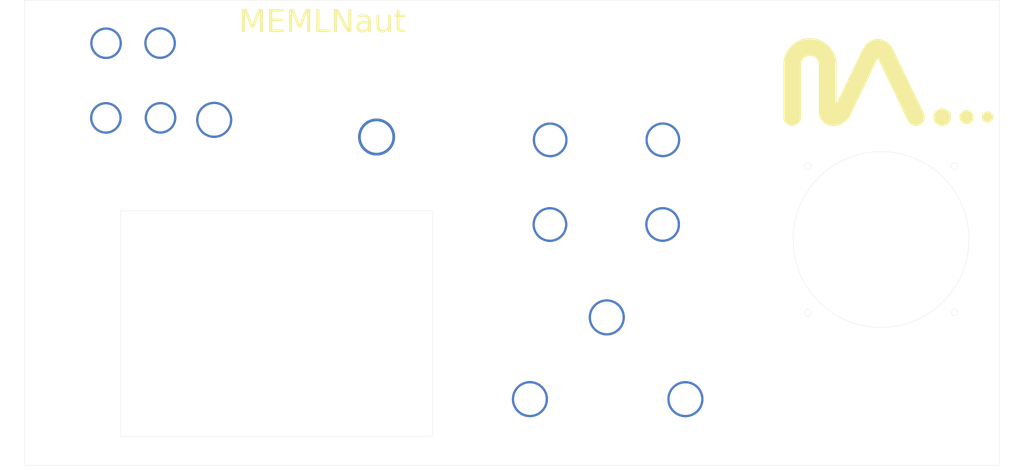
<source format=kicad_pcb>
(kicad_pcb (version 20240108) (generator "pcbnew") (generator_version "8.0")
  (layers (0 "F.Cu" signal) (31 "B.Cu" signal) (34 "B.Paste" user) (35 "F.Paste" user) (36 "B.SilkS" user "B.Silkscreen") (37 "F.SilkS" user "F.Silkscreen") (38 "B.Mask" user) (39 "F.Mask" user) (44 "Edge.Cuts" user))
  (net 0 "")
  (footprint "MountingHole:MountingHole_3.2mm_M3" (layer "F.Cu") (at 268.04 45.39)
    (property "Reference" "REF**" (hide yes))
    (property "Value" "MountingHole_3.2mm_M3")
    (pad "" np_thru_hole circle (at 0 0) (size 3.2 3.2) (drill 3.2) (layers "*.Cu" "*.Mask"))
  )
  (footprint "benjiaomodular:PanelHole_Potentiometer_RV09" (layer "F.Cu") (at 95.48 75.4425 90)
    (property "Reference" "REF**" (hide yes))
    (property "Value" "PanelHole_Potentiometer_RV09" (hide yes))
    (pad "" thru_hole circle (at 7.5 2.5 180) (size 8 8) (drill 7) (layers "*.Cu" "*.Mask"))
  )
  (footprint "MountingHole:MountingHole_3.2mm_M3" (layer "F.Cu") (at 233.04 45.39)
    (property "Reference" "REF**" (hide yes))
    (property "Value" "MountingHole_3.2mm_M3")
    (pad "" np_thru_hole circle (at 0 0) (size 3.2 3.2) (drill 3.2) (layers "*.Cu" "*.Mask"))
  )
  (footprint "MountingHole:MountingHole_3.2mm_M3" (layer "F.Cu") (at 60.03 45.43)
    (property "Reference" "REF**" (hide yes))
    (property "Value" "MountingHole_3.2mm_M3")
    (pad "" np_thru_hole circle (at 0 0) (size 3.2 3.2) (drill 3.2) (layers "*.Cu" "*.Mask"))
  )
  (footprint "benjiaomodular:PanelHole_AudioJack_3.5mm" (layer "F.Cu") (at 73.97 61.010001)
    (property "Reference" "REF**" (hide yes))
    (property "Value" "PanelHole_AudioJack_3.5mm")
    (pad "" thru_hole circle (at 0 6.5 180) (size 7 7) (drill 6) (layers "*.Cu" "*.Mask"))
  )
  (footprint "emutelab:PanelHole_ToggleSwitch_Dailywell_DWB2" (layer "F.Cu") (at 172.41 91.15)
    (property "Reference" "REF**")
    (property "Value" "PanelHole_ToggleSwitch_Dailywell_DWB2")
    (pad "" thru_hole circle (at 0 0 270) (size 7.7 7.7) (drill 6.7) (layers "*.Cu" "*.Mask"))
  )
  (footprint "benjiaomodular:PanelHole_Potentiometer_RV09" (layer "F.Cu") (at 199.94 137.36 90)
    (property "Reference" "REF**" (hide yes))
    (property "Value" "PanelHole_Potentiometer_RV09" (hide yes))
    (pad "" thru_hole circle (at 7.5 2.5 180) (size 8 8) (drill 7) (layers "*.Cu" "*.Mask"))
  )
  (footprint "emutelab:Joystick Panel Mount" (layer "F.Cu") (at 245.84 94.35)
    (property "Reference" "REF**" (hide yes))
    (property "Value" "Joystick Panel Mount")
    (fp_circle (center -16.29 -16.13) (end -15.527832 -16.13) (stroke (width 0.05)) (fill none) (layer "Edge.Cuts"))
    (fp_circle (center -16.29 16.37) (end -15.527832 16.37) (stroke (width 0.05)) (fill none) (layer "Edge.Cuts"))
    (fp_circle (center -0.04 0.12) (end 19.46 0.12) (stroke (width 0.05)) (fill none) (layer "Edge.Cuts"))
    (fp_circle (center 16.21 -16.13) (end 16.972168 -16.13) (stroke (width 0.05)) (fill none) (layer "Edge.Cuts"))
    (fp_circle (center 16.25 16.267832) (end 17.012168 16.267832) (stroke (width 0.05)) (fill none) (layer "Edge.Cuts"))
  )
  (footprint "benjiaomodular:PanelHole_AudioJack_3.5mm" (layer "F.Cu") (at 86.08 61.000001)
    (property "Reference" "REF**" (hide yes))
    (property "Value" "PanelHole_AudioJack_3.5mm")
    (pad "" thru_hole circle (at 0 6.5 180) (size 7 7) (drill 6) (layers "*.Cu" "*.Mask"))
  )
  (footprint "MountingHole:MountingHole_3.2mm_M3" (layer "F.Cu") (at 59.98 140.54)
    (property "Reference" "REF**" (hide yes))
    (property "Value" "MountingHole_3.2mm_M3")
    (pad "" np_thru_hole circle (at 0 0) (size 3.2 3.2) (drill 3.2) (layers "*.Cu" "*.Mask"))
  )
  (footprint "emutelab:PanelHole_Encoder" (layer "F.Cu") (at 126.48 69.25)
    (property "Reference" "REF**" (hide yes))
    (property "Value" "PanelHole_Encoder" (hide yes))
    (pad "" thru_hole circle (at 7.5 2.5 90) (size 8.2 8.2) (drill 7) (layers "*.Cu" "*.Mask"))
  )
  (footprint "emutelab:PanelHole_ToggleSwitch_Dailywell_DWB2" (layer "F.Cu") (at 197.39 91.14)
    (property "Reference" "REF**")
    (property "Value" "PanelHole_ToggleSwitch_Dailywell_DWB2")
    (pad "" thru_hole circle (at 0 0 270) (size 7.7 7.7) (drill 6.7) (layers "*.Cu" "*.Mask"))
  )
  (footprint "benjiaomodular:PanelHole_Potentiometer_RV09" (layer "F.Cu") (at 182.51 119.23 90)
    (property "Reference" "REF**" (hide yes))
    (property "Value" "PanelHole_Potentiometer_RV09" (hide yes))
    (pad "" thru_hole circle (at 7.5 2.5 180) (size 8 8) (drill 7) (layers "*.Cu" "*.Mask"))
  )
  (footprint "" (layer "F.Cu") (at 172.46 72.38)
    (property "Reference" "" (at 0 0 0) (layer "F.SilkS") (effects (font (size 1.27 1.27))))
    (property "Value" "")
    (pad "" thru_hole circle (at 0 0 270) (size 7.7 7.7) (drill 6.7) (layers "*.Cu" "*.Mask"))
  )
  (footprint "MountingHole:MountingHole_3.2mm_M3" (layer "F.Cu") (at 237.76 140.25)
    (property "Reference" "REF**" (hide yes))
    (property "Value" "MountingHole_3.2mm_M3")
    (pad "" np_thru_hole circle (at 0 0) (size 3.2 3.2) (drill 3.2) (layers "*.Cu" "*.Mask"))
  )
  (footprint "emutelab:PanelHole_ToggleSwitch_Dailywell_DWB2" (layer "F.Cu") (at 197.44 72.37)
    (property "Reference" "REF**")
    (property "Value" "PanelHole_ToggleSwitch_Dailywell_DWB2")
    (pad "" thru_hole circle (at 0 0 270) (size 7.7 7.7) (drill 6.7) (layers "*.Cu" "*.Mask"))
  )
  (footprint "MountingHole:MountingHole_3.2mm_M3" (layer "F.Cu") (at 267.74 140.24)
    (property "Reference" "REF**" (hide yes))
    (property "Value" "MountingHole_3.2mm_M3")
    (pad "" np_thru_hole circle (at 0 0) (size 3.2 3.2) (drill 3.2) (layers "*.Cu" "*.Mask"))
  )
  (footprint "benjiaomodular:PanelHole_AudioJack_3.5mm" (layer "F.Cu") (at 85.99 44.430001)
    (property "Reference" "REF**" (hide yes))
    (property "Value" "PanelHole_AudioJack_3.5mm")
    (pad "" thru_hole circle (at 0 6.5 180) (size 7 7) (drill 6) (layers "*.Cu" "*.Mask"))
  )
  (footprint "benjiaomodular:PanelHole_Potentiometer_RV09" (layer "F.Cu") (at 165.47 137.35 90)
    (property "Reference" "REF**" (hide yes))
    (property "Value" "PanelHole_Potentiometer_RV09" (hide yes))
    (pad "" thru_hole circle (at 7.5 2.5 180) (size 8 8) (drill 7) (layers "*.Cu" "*.Mask"))
  )
  (footprint "emutelab:PanelHole_Screen_240x320 MSP2807_TFT" (layer "F.Cu") (at 89.905 98.22)
    (property "Reference" "REF**" (hide yes))
    (property "Value" "PanelHole_Screen_240x320 MSP2807_TFT" (hide yes))
    (fp_rect (start -12.7 -10.16) (end 56.5 39.84) (stroke (width 0.05)) (fill none) (layer "Edge.Cuts"))
  )
  (footprint "benjiaomodular:PanelHole_AudioJack_3.5mm" (layer "F.Cu") (at 74.01 44.46)
    (property "Reference" "REF**" (hide yes))
    (property "Value" "PanelHole_AudioJack_3.5mm")
    (pad "" thru_hole circle (at 0 6.5 180) (size 7 7) (drill 6) (layers "*.Cu" "*.Mask"))
  )
  (gr_poly (pts (xy 264.856427 65.779118) (xy 264.935895 65.78518) (xy 265.014221 65.795161) (xy 265.091304 65.808964) (xy 265.167047 65.826488) (xy 265.241349 65.847635) (xy 265.314113 65.872304) (xy 265.385238 65.900398) (xy 265.454625 65.931816) (xy 265.522175 65.96646) (xy 265.587789 66.004231) (xy 265.651368 66.045029) (xy 265.712812 66.088754) (xy 265.772023 66.135309) (xy 265.8289 66.184593) (xy 265.883346 66.236508) (xy 265.935261 66.290954) (xy 265.984545 66.347831) (xy 266.031099 66.407042) (xy 266.074825 66.468487) (xy 266.115622 66.532066) (xy 266.153393 66.59768) (xy 266.188037 66.66523) (xy 266.219455 66.734617) (xy 266.247548 66.805742) (xy 266.272218 66.878505) (xy 266.293364 66.952808) (xy 266.310889 67.028551) (xy 266.324691 67.105634) (xy 266.334673 67.18396) (xy 266.340734 67.263428) (xy 266.342777 67.343939) (xy 266.340734 67.42445) (xy 266.334673 67.503918) (xy 266.324691 67.582243) (xy 266.310889 67.659327) (xy 266.293364 67.73507) (xy 266.272218 67.809372) (xy 266.247548 67.882136) (xy 266.219455 67.953261) (xy 266.188037 68.022648) (xy 266.153393 68.090198) (xy 266.115622 68.155812) (xy 266.074825 68.219391) (xy 266.031099 68.280836) (xy 265.984545 68.340046) (xy 265.935261 68.396924) (xy 265.883346 68.45137) (xy 265.8289 68.503285) (xy 265.772023 68.552569) (xy 265.712812 68.599123) (xy 265.651368 68.642849) (xy 265.587789 68.683647) (xy 265.522175 68.721417) (xy 265.454625 68.756061) (xy 265.385238 68.78748) (xy 265.314113 68.815573) (xy 265.241349 68.840243) (xy 265.167047 68.86139) (xy 265.091304 68.878914) (xy 265.014221 68.892716) (xy 264.935895 68.902698) (xy 264.856427 68.90876) (xy 264.775916 68.910803) (xy 264.695405 68.90876) (xy 264.615938 68.902698) (xy 264.537613 68.892716) (xy 264.46053 68.878914) (xy 264.384787 68.86139) (xy 264.310485 68.840243) (xy 264.237722 68.815573) (xy 264.166597 68.787479) (xy 264.09721 68.756061) (xy 264.02966 68.721417) (xy 263.964046 68.683646) (xy 263.900467 68.642848) (xy 263.839023 68.599123) (xy 263.779812 68.552568) (xy 263.722934 68.503284) (xy 263.668488 68.451369) (xy 263.616574 68.396923) (xy 263.567289 68.340045) (xy 263.520735 68.280834) (xy 263.477009 68.21939) (xy 263.436211 68.155811) (xy 263.398441 68.090197) (xy 263.363797 68.022647) (xy 263.332378 67.95326) (xy 263.304284 67.882135) (xy 263.279615 67.809371) (xy 263.258468 67.735069) (xy 263.240944 67.659326) (xy 263.227141 67.582243) (xy 263.21716 67.503918) (xy 263.211098 67.42445) (xy 263.209055 67.343939) (xy 263.211098 67.263428) (xy 263.21716 67.18396) (xy 263.227141 67.105634) (xy 263.240944 67.028551) (xy 263.258468 66.952808) (xy 263.279614 66.878505) (xy 263.304284 66.805742) (xy 263.332377 66.734617) (xy 263.363796 66.66523) (xy 263.39844 66.59768) (xy 263.43621 66.532066) (xy 263.477008 66.468487) (xy 263.520733 66.407042) (xy 263.567288 66.347831) (xy 263.616572 66.290954) (xy 263.668486 66.236508) (xy 263.722932 66.184593) (xy 263.77981 66.135309) (xy 263.83902 66.088754) (xy 263.900465 66.045029) (xy 263.964044 66.004231) (xy 264.029658 65.96646) (xy 264.097208 65.931816) (xy 264.166595 65.900398) (xy 264.23772 65.872304) (xy 264.310483 65.847635) (xy 264.384785 65.826488) (xy 264.460528 65.808964) (xy 264.537612 65.795161) (xy 264.615937 65.78518) (xy 264.695405 65.779118) (xy 264.775916 65.777075)) (stroke (width -0.000001)) (fill solid) (layer "F.SilkS"))
  (gr_poly (pts (xy 259.457335 65.38699) (xy 259.556652 65.394569) (xy 259.654544 65.407049) (xy 259.750885 65.424307) (xy 259.845553 65.446216) (xy 259.938423 65.472655) (xy 260.02937 65.503498) (xy 260.118272 65.538622) (xy 260.205002 65.577902) (xy 260.289439 65.621214) (xy 260.371456 65.668434) (xy 260.450931 65.719439) (xy 260.527739 65.774103) (xy 260.601756 65.832303) (xy 260.672857 65.893914) (xy 260.74092 65.958813) (xy 260.805819 66.026875) (xy 260.867431 66.097977) (xy 260.92563 66.171994) (xy 260.980295 66.248801) (xy 261.031299 66.328276) (xy 261.078519 66.410293) (xy 261.121832 66.494729) (xy 261.161112 66.58146) (xy 261.196235 66.670361) (xy 261.227079 66.761308) (xy 261.253517 66.854177) (xy 261.275427 66.948845) (xy 261.292684 67.045186) (xy 261.305164 67.143077) (xy 261.312744 67.242394) (xy 261.315298 67.343012) (xy 261.312744 67.443631) (xy 261.305164 67.542948) (xy 261.292684 67.640839) (xy 261.275427 67.737181) (xy 261.253517 67.831848) (xy 261.227078 67.924718) (xy 261.196235 68.015665) (xy 261.161111 68.104566) (xy 261.121831 68.191297) (xy 261.078518 68.275733) (xy 261.031298 68.357751) (xy 260.980293 68.437225) (xy 260.925629 68.514033) (xy 260.867429 68.58805) (xy 260.805817 68.659151) (xy 260.740918 68.727214) (xy 260.672855 68.792113) (xy 260.601754 68.853724) (xy 260.527737 68.911924) (xy 260.450929 68.966588) (xy 260.371454 69.017593) (xy 260.289436 69.064813) (xy 260.205 69.108125) (xy 260.118269 69.147405) (xy 260.029368 69.182529) (xy 259.938421 69.213372) (xy 259.845551 69.239811) (xy 259.750884 69.261721) (xy 259.654542 69.278978) (xy 259.556651 69.291458) (xy 259.457334 69.299037) (xy 259.356716 69.301591) (xy 259.256097 69.299037) (xy 259.15678 69.291458) (xy 259.058888 69.278978) (xy 258.962547 69.261721) (xy 258.867879 69.239811) (xy 258.775009 69.213372) (xy 258.684062 69.182529) (xy 258.59516 69.147405) (xy 258.50843 69.108125) (xy 258.423993 69.064813) (xy 258.341976 69.017593) (xy 258.262501 68.966588) (xy 258.185693 68.911924) (xy 258.111676 68.853724) (xy 258.040575 68.792113) (xy 257.972512 68.727214) (xy 257.907613 68.659151) (xy 257.846001 68.58805) (xy 257.787802 68.514033) (xy 257.733137 68.437225) (xy 257.682133 68.357751) (xy 257.634913 68.275733) (xy 257.5916 68.191297) (xy 257.55232 68.104566) (xy 257.517197 68.015665) (xy 257.486353 67.924718) (xy 257.459915 67.831848) (xy 257.438005 67.737181) (xy 257.420748 67.640839) (xy 257.408268 67.542948) (xy 257.400688 67.443631) (xy 257.398134 67.343012) (xy 257.400688 67.242394) (xy 257.408268 67.143077) (xy 257.420748 67.045186) (xy 257.438005 66.948845) (xy 257.459915 66.854177) (xy 257.486354 66.761308) (xy 257.517197 66.670361) (xy 257.552321 66.58146) (xy 257.591601 66.494729) (xy 257.634914 66.410293) (xy 257.682134 66.328276) (xy 257.733139 66.248801) (xy 257.787803 66.171994) (xy 257.846003 66.097977) (xy 257.907615 66.026875) (xy 257.972514 65.958813) (xy 258.040577 65.893914) (xy 258.111678 65.832303) (xy 258.185695 65.774103) (xy 258.262503 65.719439) (xy 258.341978 65.668434) (xy 258.423996 65.621214) (xy 258.508432 65.577902) (xy 258.595163 65.538622) (xy 258.684064 65.503498) (xy 258.775011 65.472655) (xy 258.867881 65.446216) (xy 258.962548 65.424307) (xy 259.05889 65.407049) (xy 259.156781 65.394569) (xy 259.256098 65.38699) (xy 259.356716 65.384436)) (stroke (width -0.000001)) (fill solid) (layer "F.SilkS"))
  (gr_poly (pts (xy 230.350303 49.836472) (xy 230.649183 49.859274) (xy 230.943769 49.89682) (xy 231.233686 49.948738) (xy 231.518562 50.014655) (xy 231.798023 50.094197) (xy 232.071696 50.186991) (xy 232.339208 50.292663) (xy 232.600186 50.410842) (xy 232.854256 50.541152) (xy 233.101046 50.683222) (xy 233.340181 50.836678) (xy 233.57129 51.001147) (xy 233.793998 51.176255) (xy 234.007932 51.36163) (xy 234.21272 51.556898) (xy 234.407988 51.761686) (xy 234.593363 51.97562) (xy 234.768471 52.198329) (xy 234.93294 52.429437) (xy 235.086396 52.668573) (xy 235.228466 52.915362) (xy 235.358776 53.169432) (xy 235.476955 53.43041) (xy 235.582627 53.697922) (xy 235.675421 53.971595) (xy 235.754963 54.251056) (xy 235.82088 54.535931) (xy 235.872798 54.825848) (xy 235.910344 55.120434) (xy 235.933145 55.419314) (xy 235.940829 55.722116) (xy 235.940829 64.280592) (xy 241.72396 52.264279) (xy 241.737728 52.236266) (xy 241.751973 52.208427) (xy 241.766739 52.180674) (xy 241.782069 52.152922) (xy 241.798007 52.125083) (xy 241.814596 52.09707) (xy 241.83188 52.068797) (xy 241.849901 52.040176) (xy 242.000899 51.805471) (xy 242.160852 51.583893) (xy 242.329314 51.37572) (xy 242.505844 51.181229) (xy 242.689997 51.0007) (xy 242.881331 50.834411) (xy 243.0794 50.682638) (xy 243.283762 50.545661) (xy 243.493974 50.423757) (xy 243.709591 50.317205) (xy 243.93017 50.226283) (xy 244.155268 50.151269) (xy 244.384441 50.09244) (xy 244.617245 50.050075) (xy 244.853237 50.024452) (xy 245.091973 50.015849) (xy 245.215251 50.018114) (xy 245.337795 50.024884) (xy 245.459548 50.036122) (xy 245.580455 50.051793) (xy 245.700459 50.07186) (xy 245.819504 50.096285) (xy 245.937534 50.125034) (xy 246.054493 50.158069) (xy 246.170324 50.195354) (xy 246.284972 50.236852) (xy 246.398381 50.282528) (xy 246.510494 50.332344) (xy 246.621255 50.386264) (xy 246.730609 50.444252) (xy 246.944867 50.572284) (xy 247.152821 50.71615) (xy 247.35402 50.875558) (xy 247.548017 51.050215) (xy 247.734361 51.23983) (xy 247.912604 51.444112) (xy 248.082298 51.662769) (xy 248.242992 51.895509) (xy 248.394238 52.142041) (xy 248.412107 52.174683) (xy 248.429542 52.207326) (xy 248.446458 52.239969) (xy 248.462766 52.272613) (xy 255.307139 66.491057) (xy 255.347213 66.580117) (xy 255.382696 66.670445) (xy 255.413575 66.761895) (xy 255.439838 66.854325) (xy 255.461472 66.947591) (xy 255.478466 67.041549) (xy 255.490806 67.136054) (xy 255.498482 67.230964) (xy 255.501481 67.326134) (xy 255.49979 67.421421) (xy 255.493398 67.516681) (xy 255.482291 67.61177) (xy 255.466459 67.706544) (xy 255.445888 67.80086) (xy 255.420567 67.894573) (xy 255.390484 67.98754) (xy 255.355903 68.07894) (xy 255.317162 68.167973) (xy 255.274358 68.254533) (xy 255.227585 68.33851) (xy 255.176938 68.419795) (xy 255.122512 68.498281) (xy 255.064401 68.573858) (xy 255.002701 68.646418) (xy 254.937507 68.715853) (xy 254.868914 68.782054) (xy 254.797016 68.844913) (xy 254.721908 68.90432) (xy 254.643686 68.960169) (xy 254.562445 69.012349) (xy 254.478279 69.060753) (xy 254.391283 69.105272) (xy 254.302223 69.145488) (xy 254.211895 69.181056) (xy 254.120445 69.211972) (xy 254.028014 69.23823) (xy 253.934749 69.259828) (xy 253.840791 69.27676) (xy 253.746285 69.289024) (xy 253.651375 69.296614) (xy 253.556204 69.299527) (xy 253.460917 69.297759) (xy 253.365657 69.291306) (xy 253.270568 69.280163) (xy 253.175794 69.264327) (xy 253.081478 69.243793) (xy 252.987765 69.218558) (xy 252.894798 69.188617) (xy 252.803398 69.154036) (xy 252.714364 69.115296) (xy 252.627804 69.072492) (xy 252.543828 69.025719) (xy 252.462542 68.975072) (xy 252.384057 68.920646) (xy 252.30848 68.862535) (xy 252.235919 68.800835) (xy 252.166484 68.735641) (xy 252.100283 68.667047) (xy 252.037425 68.595149) (xy 251.978017 68.520042) (xy 251.922169 68.44182) (xy 251.869989 68.360578) (xy 251.821585 68.276412) (xy 251.777066 68.189416) (xy 245.09197 54.299719) (xy 238.959723 67.042052) (xy 238.951651 67.058675) (xy 238.943417 67.0752) (xy 238.935031 67.091617) (xy 238.926503 67.107915) (xy 238.917845 67.124083) (xy 238.909068 67.14011) (xy 238.891198 67.171697) (xy 238.743496 67.408809) (xy 238.580914 67.634644) (xy 238.404396 67.848647) (xy 238.214883 68.050265) (xy 238.013319 68.238941) (xy 237.800647 68.414121) (xy 237.57781 68.575251) (xy 237.345749 68.721775) (xy 237.105408 68.853139) (xy 236.85773 68.968788) (xy 236.603658 69.068167) (xy 236.344133 69.150721) (xy 236.0801 69.215896) (xy 235.8125 69.263136) (xy 235.542277 69.291887) (xy 235.270373 69.301594) (xy 235.148718 69.299642) (xy 235.027605 69.293795) (xy 234.907144 69.284063) (xy 234.787442 69.270456) (xy 234.668608 69.252986) (xy 234.550752 69.231663) (xy 234.43398 69.206499) (xy 234.318402 69.177503) (xy 234.189199 69.140193) (xy 234.062958 69.098304) (xy 233.939753 69.051931) (xy 233.819659 69.001172) (xy 233.589102 68.886882) (xy 233.371887 68.756212) (xy 233.168612 68.609936) (xy 232.979873 68.448831) (xy 232.806271 68.273673) (xy 232.648403 68.085237) (xy 232.506867 67.884299) (xy 232.382261 67.671636) (xy 232.275185 67.448023) (xy 232.186235 67.214236) (xy 232.116011 66.971052) (xy 232.06511 66.719246) (xy 232.047093 66.590352) (xy 232.034131 66.459593) (xy 232.026299 66.327068) (xy 232.023671 66.192871) (xy 232.023671 55.723045) (xy 232.021096 55.62148) (xy 232.013452 55.521234) (xy 232.000866 55.422431) (xy 231.983463 55.325197) (xy 231.961366 55.229656) (xy 231.934701 55.135934) (xy 231.903594 55.044156) (xy 231.868169 54.954446) (xy 231.82855 54.866929) (xy 231.784864 54.781731) (xy 231.737235 54.698976) (xy 231.685788 54.61879) (xy 231.630647 54.541297) (xy 231.571939 54.466622) (xy 231.509787 54.394891) (xy 231.444317 54.326227) (xy 231.375654 54.260757) (xy 231.303923 54.198606) (xy 231.229248 54.139897) (xy 231.151755 54.084756) (xy 231.071569 54.033309) (xy 230.988814 53.98568) (xy 230.903616 53.941993) (xy 230.816099 53.902375) (xy 230.726389 53.866949) (xy 230.634611 53.835842) (xy 230.540889 53.809177) (xy 230.445348 53.787081) (xy 230.348114 53.769677) (xy 230.249311 53.757091) (xy 230.149064 53.749448) (xy 230.047499 53.746872) (xy 229.945934 53.749448) (xy 229.845688 53.757091) (xy 229.746885 53.769677) (xy 229.649651 53.787081) (xy 229.55411 53.809177) (xy 229.460388 53.835842) (xy 229.36861 53.866949) (xy 229.2789 53.902374) (xy 229.191383 53.941993) (xy 229.106185 53.985679) (xy 229.02343 54.033308) (xy 228.943244 54.084756) (xy 228.865751 54.139896) (xy 228.791076 54.198605) (xy 228.719345 54.260756) (xy 228.650682 54.326226) (xy 228.585212 54.39489) (xy 228.52306 54.466621) (xy 228.464352 54.541296) (xy 228.409211 54.618789) (xy 228.357764 54.698975) (xy 228.310134 54.78173) (xy 228.266448 54.866928) (xy 228.22683 54.954444) (xy 228.191404 55.044155) (xy 228.160297 55.135933) (xy 228.133632 55.229655) (xy 228.111536 55.325196) (xy 228.094132 55.42243) (xy 228.081546 55.521233) (xy 228.073903 55.62148) (xy 228.071327 55.723045) (xy 228.071327 67.341162) (xy 228.068773 67.44178) (xy 228.061194 67.541097) (xy 228.048714 67.638989) (xy 228.031457 67.73533) (xy 228.009547 67.829998) (xy 227.983108 67.922867) (xy 227.952265 68.013815) (xy 227.917141 68.102715) (xy 227.877861 68.189446) (xy 227.834549 68.273882) (xy 227.787329 68.355899) (xy 227.736324 68.435374) (xy 227.68166 68.512182) (xy 227.62346 68.586198) (xy 227.561849 68.6573) (xy 227.49695 68.725362) (xy 227.428888 68.790261) (xy 227.357786 68.851872) (xy 227.283769 68.910072) (xy 227.206962 68.964736) (xy 227.127487 69.01574) (xy 227.045469 69.06296) (xy 226.961033 69.106273) (xy 226.874303 69.145553) (xy 226.785402 69.180676) (xy 226.694455 69.211519) (xy 226.601585 69.237958) (xy 226.506918 69.259868) (xy 226.410576 69.277125) (xy 226.312685 69.289605) (xy 226.213368 69.297184) (xy 226.11275 69.299738) (xy 226.012131 69.297184) (xy 225.912814 69.289605) (xy 225.814923 69.277125) (xy 225.718582 69.259868) (xy 225.623914 69.237958) (xy 225.531045 69.211519) (xy 225.440098 69.180676) (xy 225.351197 69.145553) (xy 225.264466 69.106273) (xy 225.18003 69.06296) (xy 225.098013 69.01574) (xy 225.018538 68.964736) (xy 224.94173 68.910072) (xy 224.867714 68.851872) (xy 224.796612 68.790261) (xy 224.72855 68.725362) (xy 224.663651 68.6573) (xy 224.602039 68.586198) (xy 224.543839 68.512182) (xy 224.489175 68.435374) (xy 224.438171 68.355899) (xy 224.39095 68.273882) (xy 224.347638 68.189446) (xy 224.308358 68.102715) (xy 224.273234 68.013815) (xy 224.242391 67.922867) (xy 224.215952 67.829998) (xy 224.194042 67.73533) (xy 224.176785 67.638989) (xy 224.164305 67.541097) (xy 224.156726 67.44178) (xy 224.154172 67.341162) (xy 224.154172 55.722116) (xy 224.161855 55.419314) (xy 224.184657 55.120434) (xy 224.222203 54.825848) (xy 224.274121 54.535931) (xy 224.340038 54.251056) (xy 224.41958 53.971595) (xy 224.512374 53.697922) (xy 224.618046 53.43041) (xy 224.736225 53.169432) (xy 224.866536 52.915362) (xy 225.008605 52.668573) (xy 225.162061 52.429437) (xy 225.32653 52.198329) (xy 225.501639 51.97562) (xy 225.687013 51.761686) (xy 225.882281 51.556898) (xy 226.087069 51.36163) (xy 226.301004 51.176255) (xy 226.523712 51.001147) (xy 226.75482 50.836678) (xy 226.993956 50.683222) (xy 227.240745 50.541152) (xy 227.494816 50.410842) (xy 227.755793 50.292663) (xy 228.023305 50.186991) (xy 228.296979 50.094197) (xy 228.57644 50.014655) (xy 228.861315 49.948738) (xy 229.151232 49.89682) (xy 229.445818 49.859274) (xy 229.744698 49.836472) (xy 230.0475 49.828789)) (stroke (width -0.000001)) (fill solid) (layer "F.SilkS"))
  (gr_poly (pts (xy 269.474204 66.091712) (xy 269.537753 66.09656) (xy 269.600394 66.104543) (xy 269.662046 66.115583) (xy 269.722632 66.129599) (xy 269.782069 66.146513) (xy 269.84028 66.166245) (xy 269.897185 66.188717) (xy 269.952703 66.213848) (xy 270.006755 66.241561) (xy 270.059261 66.271775) (xy 270.110142 66.304412) (xy 270.159317 66.339393) (xy 270.206708 66.376637) (xy 270.252235 66.416067) (xy 270.295817 66.457602) (xy 270.337375 66.501164) (xy 270.37683 66.546673) (xy 270.414101 66.594051) (xy 270.44911 66.643217) (xy 270.481775 66.694094) (xy 270.512019 66.746601) (xy 270.53976 66.80066) (xy 270.564919 66.856191) (xy 270.587417 66.913115) (xy 270.607174 66.971353) (xy 270.62411 67.030825) (xy 270.638146 67.091454) (xy 270.649201 67.153158) (xy 270.657196 67.21586) (xy 270.662052 67.27948) (xy 270.663688 67.343939) (xy 270.662052 67.408398) (xy 270.657196 67.472018) (xy 270.649201 67.53472) (xy 270.638146 67.596425) (xy 270.62411 67.657053) (xy 270.607175 67.716526) (xy 270.587418 67.774765) (xy 270.56492 67.831689) (xy 270.539761 67.88722) (xy 270.51202 67.941279) (xy 270.481777 67.993786) (xy 270.449111 68.044663) (xy 270.414103 68.093829) (xy 270.376832 68.141207) (xy 270.337377 68.186716) (xy 270.295819 68.230278) (xy 270.252237 68.271814) (xy 270.206711 68.311243) (xy 270.15932 68.348488) (xy 270.110144 68.383468) (xy 270.059263 68.416105) (xy 270.006757 68.446319) (xy 269.952705 68.474032) (xy 269.897187 68.499164) (xy 269.840283 68.521635) (xy 269.782071 68.541368) (xy 269.722633 68.558282) (xy 269.662048 68.572298) (xy 269.600395 68.583337) (xy 269.537754 68.59132) (xy 269.474205 68.596168) (xy 269.409827 68.597802) (xy 269.345369 68.596166) (xy 269.281749 68.59131) (xy 269.219048 68.583315) (xy 269.157343 68.57226) (xy 269.096715 68.558224) (xy 269.037243 68.541288) (xy 268.979005 68.521532) (xy 268.922081 68.499034) (xy 268.86655 68.473874) (xy 268.812492 68.446133) (xy 268.759985 68.415889) (xy 268.709109 68.383224) (xy 268.659942 68.348215) (xy 268.612565 68.310944) (xy 268.567056 68.271489) (xy 268.523494 68.229931) (xy 268.481959 68.186349) (xy 268.44253 68.140822) (xy 268.405285 68.093431) (xy 268.370305 68.044255) (xy 268.337668 67.993374) (xy 268.307454 67.940868) (xy 268.279741 67.886816) (xy 268.25461 67.831298) (xy 268.232138 67.774393) (xy 268.212406 67.716182) (xy 268.195492 67.656744) (xy 268.181476 67.596159) (xy 268.170437 67.534506) (xy 268.162454 67.471865) (xy 268.157606 67.408316) (xy 268.155972 67.343939) (xy 268.157608 67.27948) (xy 268.162464 67.21586) (xy 268.170459 67.153158) (xy 268.181514 67.091454) (xy 268.195549 67.030825) (xy 268.212485 66.971353) (xy 268.232242 66.913115) (xy 268.25474 66.856191) (xy 268.279899 66.80066) (xy 268.30764 66.746601) (xy 268.337883 66.694094) (xy 268.370549 66.643217) (xy 268.405557 66.594051) (xy 268.442828 66.546673) (xy 268.482282 66.501164) (xy 268.52384 66.457602) (xy 268.567422 66.416067) (xy 268.612948 66.376637) (xy 268.660339 66.339393) (xy 268.709515 66.304412) (xy 268.760395 66.271775) (xy 268.812901 66.241561) (xy 268.866953 66.213848) (xy 268.922471 66.188717) (xy 268.979375 66.166245) (xy 269.037586 66.146513) (xy 269.097023 66.129599) (xy 269.157608 66.115583) (xy 269.219261 66.104543) (xy 269.281901 66.09656) (xy 269.34545 66.091712) (xy 269.409827 66.090078)) (stroke (width -0.000001)) (fill solid) (layer "F.SilkS"))
  (gr_rect (start 56 41.4) (end 272.03 144.51) (stroke (width 0.05)) (fill none) (layer "Edge.Cuts"))
  (gr_text "MEMLNaut" (at 103.44 49.33 0) (layer "F.SilkS") (effects (font (size 5 5) (thickness 0.1)) (justify left bottom)))
)
</source>
